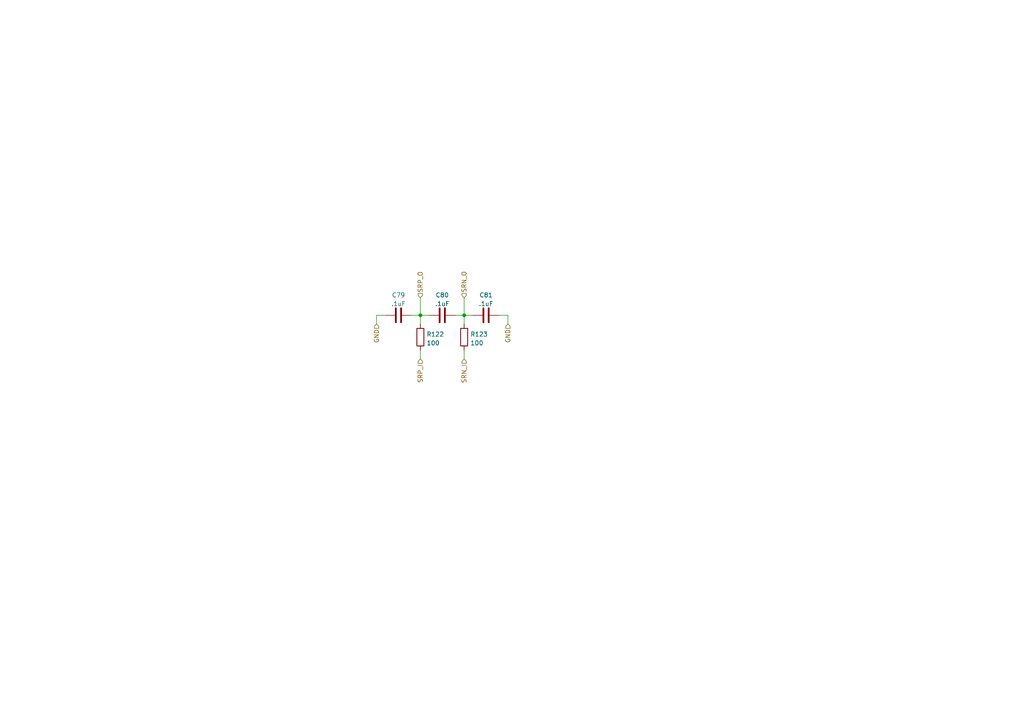
<source format=kicad_sch>
(kicad_sch (version 20211123) (generator eeschema)
  (paper "A4")
  (lib_symbols
    (symbol "Device:C" (pin_numbers hide) (pin_names (offset 0.254))
      (property "Reference" "C" (at 0.635 2.54 0))
      (property "Value" "C" (at 0.635 -2.54 0))
      (symbol "C_0_1"
        (polyline (pts (xy -2.032 -0.762) (xy 2.032 -0.762)) (stroke (width 0.508)))
        (polyline (pts (xy -2.032 0.762) (xy 2.032 0.762)) (stroke (width 0.508)))
      )
      (symbol "C_1_1"
        (pin passive line (at 0 3.81 270) (length 2.794) (name "~") (number "1"))
        (pin passive line (at 0 -3.81 90) (length 2.794) (name "~") (number "2"))
      )
    )
    (symbol "Device:R" (pin_numbers hide) (pin_names (offset 0))
      (property "Reference" "R" (at 2.032 0 90))
      (property "Value" "R" (at 0 0 90))
      (symbol "R_0_1"
        (rectangle (start -1.016 -2.54) (end 1.016 2.54) (stroke (width 0.254)))
      )
      (symbol "R_1_1"
        (pin passive line (at 0 3.81 270) (length 1.27) (name "~") (number "1"))
        (pin passive line (at 0 -3.81 90) (length 1.27) (name "~") (number "2"))
      )
    )
  )
  (junction (at 134.62 91.44))
  (junction (at 121.92 91.44))
  (wire (pts (xy 134.62 101.6) (xy 134.62 104.14)))
  (wire (pts (xy 144.78 91.44) (xy 147.32 91.44)))
  (wire (pts (xy 134.62 86.36) (xy 134.62 91.44)))
  (wire (pts (xy 147.32 91.44) (xy 147.32 93.98)))
  (wire (pts (xy 111.76 91.44) (xy 109.22 91.44)))
  (wire (pts (xy 134.62 91.44) (xy 137.16 91.44)))
  (wire (pts (xy 121.92 101.6) (xy 121.92 104.14)))
  (wire (pts (xy 109.22 91.44) (xy 109.22 93.98)))
  (wire (pts (xy 121.92 91.44) (xy 124.46 91.44)))
  (wire (pts (xy 121.92 86.36) (xy 121.92 91.44)))
  (wire (pts (xy 119.38 91.44) (xy 121.92 91.44)))
  (wire (pts (xy 134.62 91.44) (xy 134.62 93.98)))
  (wire (pts (xy 121.92 91.44) (xy 121.92 93.98)))
  (wire (pts (xy 132.08 91.44) (xy 134.62 91.44)))
  (hierarchical_label "SRN_I" (shape input) (at 134.62 104.14 270))
  (hierarchical_label "SRP_O" (shape input) (at 121.92 86.36 90))
  (hierarchical_label "GND" (shape input) (at 147.32 93.98 270))
  (hierarchical_label "SRN_O" (shape input) (at 134.62 86.36 90))
  (hierarchical_label "GND" (shape input) (at 109.22 93.98 270))
  (hierarchical_label "SRP_I" (shape input) (at 121.92 104.14 270))
  (symbol (lib_id "Device:C") (at 140.97 91.44 90) (unit 1)
    (property "Reference" "C81" (at 140.97 85.5812 90))
    (property "Value" ".1uF" (at 140.97 88.1181 90))
    (property "Footprint" "Capacitor_SMD:C_0603_1608Metric" (effects hide))
    (property "Src_Page" "38" (effects hide))
    (property "Src_Value" "filter" (effects hide))
  )
  (symbol (lib_id "Device:C") (at 115.57 91.44 90) (unit 1)
    (property "Reference" "C79" (at 115.57 85.5812 90))
    (property "Value" ".1uF" (at 115.57 88.1181 90))
    (property "Footprint" "Capacitor_SMD:C_0603_1608Metric" (effects hide))
    (property "Src_Page" "38" (effects hide))
    (property "Src_Value" "filter" (effects hide))
  )
  (symbol (lib_id "Device:C") (at 128.27 91.44 90) (unit 1)
    (property "Reference" "C80" (at 128.27 85.5812 90))
    (property "Value" ".1uF" (at 128.27 88.1181 90))
    (property "Footprint" "Capacitor_SMD:C_0603_1608Metric" (effects hide))
    (property "Src_Page" "38" (effects hide))
    (property "Src_Value" "filter" (effects hide))
  )
  (symbol (lib_id "Device:R") (at 121.92 97.79 0) (unit 1)
    (property "Reference" "R122" (at 123.698 96.9553 0) (effects (justify left)))
    (property "Value" "100" (at 123.698 99.4922 0) (effects (justify left)))
    (property "Footprint" "Resistor_SMD:R_0603_1608Metric" (effects hide))
    (property "Src_Page" "38" (effects hide))
    (property "Src_Value" "filter" (effects hide))
  )
  (symbol (lib_id "Device:R") (at 134.62 97.79 0) (unit 1)
    (property "Reference" "R123" (at 136.398 96.9553 0) (effects (justify left)))
    (property "Value" "100" (at 136.398 99.4922 0) (effects (justify left)))
    (property "Footprint" "Resistor_SMD:R_0603_1608Metric" (effects hide))
    (property "Src_Page" "38" (effects hide))
    (property "Src_Value" "filter" (effects hide))
  )
)
</source>
